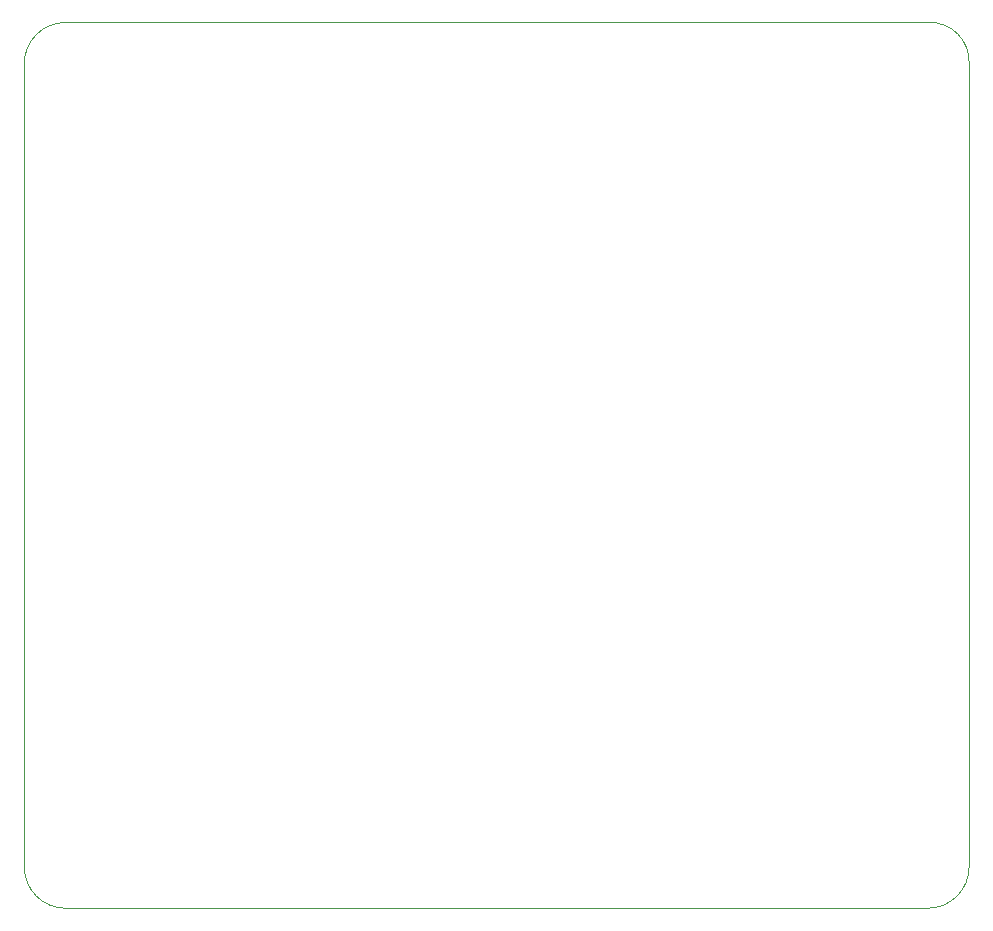
<source format=gm1>
%TF.GenerationSoftware,KiCad,Pcbnew,(5.99.0-9568-gb9d26a55f2)*%
%TF.CreationDate,2021-03-08T15:42:01+01:00*%
%TF.ProjectId,cm4_cb_use_v01,636d345f-6362-45f7-9573-655f7630312e,v01*%
%TF.SameCoordinates,PXa0d7c80PY44cb540*%
%TF.FileFunction,Profile,NP*%
%FSLAX46Y46*%
G04 Gerber Fmt 4.6, Leading zero omitted, Abs format (unit mm)*
G04 Created by KiCad (PCBNEW (5.99.0-9568-gb9d26a55f2)) date 2021-03-08 15:42:01*
%MOMM*%
%LPD*%
G01*
G04 APERTURE LIST*
%TA.AperFunction,Profile*%
%ADD10C,0.100000*%
%TD*%
G04 APERTURE END LIST*
D10*
X-88656000Y23636000D02*
X-15656000Y23636000D01*
X-12156000Y-47864000D02*
X-12156000Y20136000D01*
X-92156000Y20136000D02*
X-92156000Y-47864000D01*
X-12156000Y20136000D02*
G75*
G03*
X-15656000Y23636000I-3325707J174293D01*
G01*
X-92156002Y20136002D02*
G75*
G02*
X-88656000Y23636000I3500000J-2D01*
G01*
X-15655998Y-51363998D02*
G75*
G03*
X-12156000Y-47864000I0J3499998D01*
G01*
X-88656002Y-51364002D02*
G75*
G02*
X-92156000Y-47864000I2J3500000D01*
G01*
X-88656000Y-51364000D02*
X-15656000Y-51364000D01*
M02*

</source>
